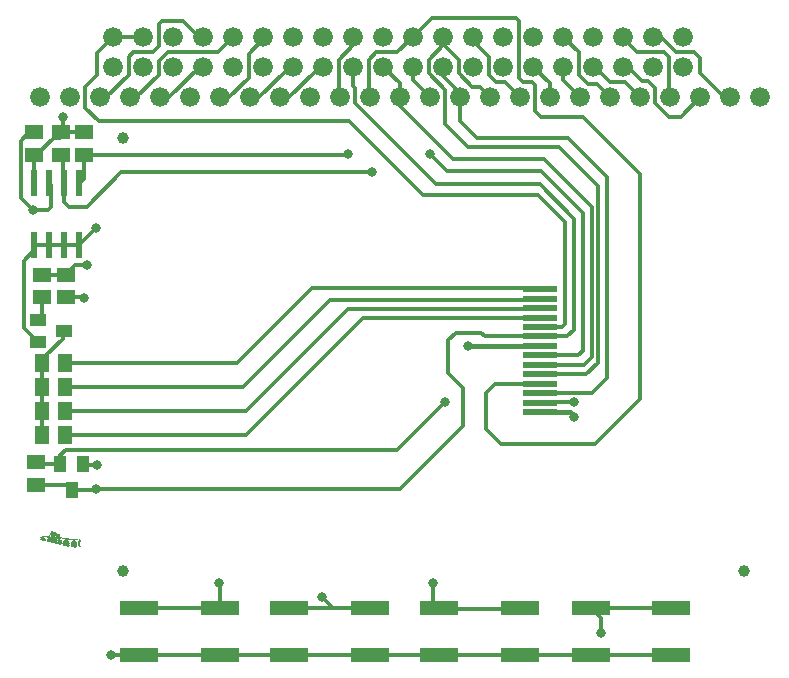
<source format=gbr>
G04 EAGLE Gerber RS-274X export*
G75*
%MOMM*%
%FSLAX34Y34*%
%LPD*%
%INTop Copper*%
%IPPOS*%
%AMOC8*
5,1,8,0,0,1.08239X$1,22.5*%
G01*
%ADD10C,1.676400*%
%ADD11R,0.600000X2.200000*%
%ADD12R,1.500000X1.300000*%
%ADD13C,1.000000*%
%ADD14R,0.025400X0.025400*%
%ADD15R,0.228600X0.025400*%
%ADD16R,0.355600X0.025400*%
%ADD17R,0.050800X0.025400*%
%ADD18R,0.406400X0.025400*%
%ADD19R,0.127000X0.025400*%
%ADD20R,0.457200X0.025400*%
%ADD21R,0.152400X0.025400*%
%ADD22R,0.482600X0.025400*%
%ADD23R,0.279400X0.025400*%
%ADD24R,0.508000X0.025400*%
%ADD25R,0.177800X0.025400*%
%ADD26R,0.431800X0.025400*%
%ADD27R,0.533400X0.025400*%
%ADD28R,0.203200X0.025400*%
%ADD29R,0.584200X0.025400*%
%ADD30R,0.558800X0.025400*%
%ADD31R,0.304800X0.025400*%
%ADD32R,0.609600X0.025400*%
%ADD33R,0.381000X0.025400*%
%ADD34R,0.330200X0.025400*%
%ADD35R,0.101600X0.025400*%
%ADD36R,0.254000X0.025400*%
%ADD37R,0.076200X0.025400*%
%ADD38R,3.000000X0.500000*%
%ADD39R,3.200000X1.200000*%
%ADD40R,1.000000X1.400000*%
%ADD41R,1.300000X1.500000*%
%ADD42R,1.400000X1.000000*%
%ADD43C,0.304800*%
%ADD44C,0.800100*%
%ADD45C,0.406400*%


D10*
X83700Y512300D03*
X83700Y537700D03*
X109100Y512300D03*
X109100Y537700D03*
X134500Y512300D03*
X134500Y537700D03*
X159900Y512300D03*
X159900Y537700D03*
X185300Y512300D03*
X185300Y537700D03*
X210700Y512300D03*
X210700Y537700D03*
X236100Y512300D03*
X236100Y537700D03*
X261500Y512300D03*
X261500Y537700D03*
X286900Y512300D03*
X286900Y537700D03*
X312300Y512300D03*
X312300Y537700D03*
X337700Y512300D03*
X337700Y537700D03*
X363100Y512300D03*
X363100Y537700D03*
X388500Y512300D03*
X388500Y537700D03*
X413900Y512300D03*
X413900Y537700D03*
X439300Y512300D03*
X439300Y537700D03*
X464700Y512300D03*
X464700Y537700D03*
X490100Y512300D03*
X490100Y537700D03*
X515500Y512300D03*
X515500Y537700D03*
X540900Y512300D03*
X540900Y537700D03*
X566300Y512300D03*
X566300Y537700D03*
D11*
X29210Y361350D03*
X29210Y413350D03*
X16510Y361350D03*
X41910Y361350D03*
X54610Y361350D03*
X16510Y413350D03*
X41910Y413350D03*
X54610Y413350D03*
D12*
X58420Y437540D03*
X58420Y456540D03*
X39370Y437540D03*
X39370Y456540D03*
X16510Y456540D03*
X16510Y437540D03*
D13*
X91440Y85090D03*
X91440Y452120D03*
X617220Y85090D03*
D14*
X51308Y104648D03*
D15*
X50800Y104902D03*
D16*
X50165Y105156D03*
D17*
X55245Y105156D03*
D18*
X50165Y105410D03*
D19*
X55118Y105410D03*
D20*
X50165Y105664D03*
D21*
X54991Y105664D03*
X45085Y105918D03*
D22*
X50292Y105918D03*
D21*
X54991Y105918D03*
D23*
X44704Y106172D03*
D24*
X50165Y106172D03*
D25*
X54864Y106172D03*
D26*
X44196Y106426D03*
D27*
X50292Y106426D03*
D25*
X54864Y106426D03*
D27*
X43688Y106680D03*
X50292Y106680D03*
D28*
X54737Y106680D03*
D29*
X43688Y106934D03*
D27*
X50292Y106934D03*
D28*
X54737Y106934D03*
D17*
X38989Y107188D03*
D29*
X43688Y107188D03*
D30*
X50165Y107188D03*
D28*
X54737Y107188D03*
D25*
X38608Y107442D03*
D29*
X43688Y107442D03*
D30*
X50165Y107442D03*
D28*
X54737Y107442D03*
D31*
X38227Y107696D03*
D29*
X43688Y107696D03*
D30*
X50165Y107696D03*
D28*
X54737Y107696D03*
D26*
X37592Y107950D03*
D32*
X43561Y107950D03*
D27*
X50292Y107950D03*
D28*
X54737Y107950D03*
D30*
X37211Y108204D03*
D29*
X43688Y108204D03*
D27*
X50292Y108204D03*
D28*
X54737Y108204D03*
D29*
X37084Y108458D03*
X43688Y108458D03*
D24*
X50165Y108458D03*
D28*
X54737Y108458D03*
D17*
X32639Y108712D03*
D32*
X36957Y108712D03*
D29*
X43688Y108712D03*
D22*
X50292Y108712D03*
D28*
X54737Y108712D03*
D25*
X32258Y108966D03*
D22*
X37592Y108966D03*
D29*
X43688Y108966D03*
D20*
X50165Y108966D03*
D28*
X54737Y108966D03*
D15*
X31496Y109220D03*
D18*
X37973Y109220D03*
D27*
X43688Y109220D03*
D26*
X50292Y109220D03*
D25*
X54864Y109220D03*
X34290Y109474D03*
D23*
X30734Y109474D03*
D16*
X38227Y109474D03*
D27*
X43688Y109474D03*
D33*
X50292Y109474D03*
D25*
X54864Y109474D03*
D31*
X34417Y109728D03*
D34*
X29972Y109728D03*
X38354Y109728D03*
D22*
X43688Y109728D03*
D34*
X50292Y109728D03*
D21*
X54991Y109728D03*
D18*
X34163Y109982D03*
D33*
X29464Y109982D03*
D34*
X38354Y109982D03*
D26*
X43688Y109982D03*
D23*
X50292Y109982D03*
D21*
X54991Y109982D03*
D18*
X34417Y110236D03*
D17*
X26543Y110236D03*
D33*
X29464Y110236D03*
D21*
X38989Y110236D03*
D33*
X43688Y110236D03*
D25*
X50292Y110236D03*
D19*
X55118Y110236D03*
D18*
X34163Y110490D03*
D21*
X26035Y110490D03*
D16*
X29337Y110490D03*
D19*
X39116Y110490D03*
D34*
X43688Y110490D03*
D17*
X55245Y110490D03*
D20*
X33909Y110744D03*
D35*
X37465Y110744D03*
D36*
X25527Y110744D03*
D34*
X29210Y110744D03*
D37*
X39116Y110744D03*
D15*
X43688Y110744D03*
D22*
X33782Y110998D03*
D21*
X37465Y110998D03*
D16*
X24765Y110998D03*
D31*
X29083Y110998D03*
D14*
X39116Y110998D03*
D37*
X43688Y110998D03*
D20*
X33655Y111252D03*
D25*
X37592Y111252D03*
D26*
X50038Y111252D03*
D17*
X53975Y111252D03*
D20*
X24257Y111252D03*
D23*
X29210Y111252D03*
D20*
X33655Y111506D03*
D15*
X37592Y111506D03*
D29*
X47752Y111506D03*
D20*
X24257Y111506D03*
D36*
X29337Y111506D03*
D20*
X33401Y111760D03*
D15*
X37592Y111760D03*
D24*
X45339Y111760D03*
D14*
X55118Y111760D03*
D26*
X24130Y111760D03*
D15*
X29210Y111760D03*
D22*
X33274Y112014D03*
D36*
X37465Y112014D03*
D22*
X43180Y112014D03*
D18*
X24257Y112014D03*
D28*
X29337Y112014D03*
D22*
X33020Y112268D03*
D31*
X37465Y112268D03*
D18*
X41529Y112268D03*
D16*
X24257Y112268D03*
D21*
X29337Y112268D03*
D26*
X33274Y112522D03*
D31*
X37465Y112522D03*
D15*
X40640Y112522D03*
D31*
X24257Y112522D03*
D35*
X29591Y112522D03*
D26*
X33020Y112776D03*
D34*
X37338Y112776D03*
D17*
X39751Y112776D03*
D36*
X24257Y112776D03*
D17*
X29845Y112776D03*
D20*
X32893Y113030D03*
D16*
X37211Y113030D03*
D21*
X24257Y113030D03*
D20*
X32639Y113284D03*
D16*
X37211Y113284D03*
D14*
X22606Y113538D03*
X23114Y113538D03*
D28*
X28575Y113538D03*
D26*
X32512Y113538D03*
D33*
X37084Y113538D03*
D32*
X26543Y113792D03*
D33*
X32512Y113792D03*
X36830Y113792D03*
X32512Y114046D03*
D18*
X36703Y114046D03*
D33*
X32258Y114300D03*
D18*
X36703Y114300D03*
D16*
X32131Y114554D03*
D33*
X36322Y114554D03*
D14*
X38608Y114554D03*
X30226Y114808D03*
D34*
X32258Y114808D03*
D33*
X36068Y114808D03*
D31*
X32131Y115062D03*
D18*
X35941Y115062D03*
D31*
X31877Y115316D03*
D26*
X35814Y115316D03*
D23*
X31750Y115570D03*
D33*
X35306Y115570D03*
D14*
X37846Y115570D03*
D28*
X31877Y115824D03*
D18*
X35179Y115824D03*
D30*
X33655Y116078D03*
D14*
X37084Y116078D03*
D29*
X33528Y116332D03*
D24*
X33147Y116586D03*
D14*
X36068Y116586D03*
X30734Y116840D03*
D26*
X33274Y116840D03*
D14*
X35814Y116840D03*
D34*
X32766Y117094D03*
D17*
X34925Y117094D03*
D15*
X32258Y117348D03*
D17*
X33909Y117348D03*
D35*
X31623Y117602D03*
D37*
X32766Y117602D03*
D14*
X31496Y117856D03*
D17*
X32385Y117856D03*
D38*
X444580Y219780D03*
X444580Y227780D03*
X444580Y235780D03*
X444580Y243780D03*
X444580Y251780D03*
X444580Y259780D03*
X444580Y267780D03*
X444580Y275780D03*
X444580Y283780D03*
X444580Y291780D03*
X444580Y299780D03*
X444580Y307780D03*
X444580Y315780D03*
X444580Y323780D03*
D39*
X487970Y54290D03*
X555970Y54290D03*
X555970Y14290D03*
X487970Y14290D03*
X359700Y54290D03*
X427700Y54290D03*
X427700Y14290D03*
X359700Y14290D03*
X232700Y54290D03*
X300700Y54290D03*
X300700Y14290D03*
X232700Y14290D03*
X105700Y54290D03*
X173700Y54290D03*
X173700Y14290D03*
X105700Y14290D03*
D40*
X48260Y154100D03*
X38760Y176100D03*
X57760Y176100D03*
D12*
X17780Y177140D03*
X17780Y158140D03*
D41*
X42520Y200660D03*
X23520Y200660D03*
X42520Y220980D03*
X23520Y220980D03*
X42520Y261620D03*
X23520Y261620D03*
X42520Y241300D03*
X23520Y241300D03*
D42*
X41480Y288290D03*
X19480Y278790D03*
X19480Y297790D03*
D12*
X22860Y335890D03*
X22860Y316890D03*
X43180Y335890D03*
X43180Y316890D03*
D10*
X21590Y486410D03*
X46990Y486410D03*
X72390Y486410D03*
X97790Y486410D03*
X123190Y486410D03*
X148590Y486410D03*
X173990Y486410D03*
X199390Y486410D03*
X224790Y486410D03*
X250190Y486410D03*
X275590Y486410D03*
X300990Y486410D03*
X326390Y486410D03*
X351790Y486410D03*
X377190Y486410D03*
X402590Y486410D03*
X427990Y486410D03*
X453390Y486410D03*
X478790Y486410D03*
X504190Y486410D03*
X529590Y486410D03*
X554990Y486410D03*
X580390Y486410D03*
X605790Y486410D03*
X631190Y486410D03*
D43*
X463230Y291780D02*
X444580Y291780D01*
X463230Y291780D02*
X466090Y294640D01*
X109100Y537700D02*
X83700Y537700D01*
X466090Y381000D02*
X466090Y294640D01*
X466090Y381000D02*
X443230Y403860D01*
X345440Y403860D01*
X83700Y537700D02*
X69850Y523850D01*
X69850Y505460D01*
X59690Y495300D01*
X59690Y477520D01*
X71120Y466090D01*
X283210Y466090D01*
X345440Y403860D01*
X130810Y486410D02*
X123190Y486410D01*
X130810Y486410D02*
X156700Y512300D01*
X159900Y512300D01*
X173700Y54290D02*
X105700Y54290D01*
X173700Y54290D02*
X173700Y73950D01*
X172720Y74930D01*
D44*
X172720Y74930D03*
D43*
X487970Y54290D02*
X555970Y54290D01*
X207010Y486410D02*
X199390Y486410D01*
X207010Y486410D02*
X228600Y508000D01*
X231800Y508000D01*
X236100Y512300D01*
X487970Y54290D02*
X496570Y45690D01*
X496570Y33020D01*
D44*
X496570Y33020D03*
D43*
X300700Y54290D02*
X232700Y54290D01*
X232410Y486410D02*
X224790Y486410D01*
X232410Y486410D02*
X254000Y508000D01*
X257200Y508000D01*
X261500Y512300D01*
X269560Y54290D02*
X300700Y54290D01*
X269560Y54290D02*
X260350Y63500D01*
D44*
X260350Y63500D03*
D43*
X444580Y259780D02*
X482030Y259780D01*
X488950Y266700D01*
X488950Y393700D01*
X448310Y434340D01*
X370840Y434340D01*
X326390Y478790D01*
X326390Y486410D01*
X326390Y498210D02*
X312300Y512300D01*
X326390Y498210D02*
X326390Y486410D01*
X444580Y267780D02*
X477330Y267780D01*
X481330Y271780D01*
X481330Y388620D01*
X445770Y424180D01*
X365760Y424180D01*
X351790Y438150D01*
D44*
X351790Y438150D03*
D43*
X337700Y500500D02*
X337700Y512300D01*
X337700Y500500D02*
X351790Y486410D01*
X501650Y248920D02*
X488950Y236220D01*
X445020Y236220D01*
X444580Y235780D01*
X501650Y248920D02*
X501650Y419100D01*
X468630Y452120D01*
X391160Y452120D01*
X377190Y466090D01*
X377190Y486410D01*
X363100Y504310D02*
X363100Y512300D01*
X363100Y504310D02*
X377190Y490220D01*
X377190Y486410D01*
X453390Y486410D02*
X453390Y498210D01*
X439300Y512300D01*
X464700Y512300D02*
X464700Y500500D01*
X478790Y486410D01*
X516890Y499110D02*
X529590Y486410D01*
X516890Y499110D02*
X504190Y499110D01*
X491000Y512300D01*
X490100Y512300D01*
X563880Y469900D02*
X580390Y486410D01*
X563880Y469900D02*
X553720Y469900D01*
X542290Y481330D01*
X542290Y494030D01*
X535940Y500380D01*
X530860Y500380D01*
X518940Y512300D01*
X515500Y512300D01*
X467930Y283780D02*
X444580Y283780D01*
X467930Y283780D02*
X473710Y289560D01*
X48260Y154100D02*
X44220Y158140D01*
X17780Y158140D01*
X16510Y413350D02*
X16510Y437540D01*
X39370Y456540D02*
X58420Y456540D01*
X18440Y437540D02*
X16510Y437540D01*
X18440Y437540D02*
X33020Y452120D01*
X38760Y452120D01*
X48260Y154100D02*
X67740Y154100D01*
X68580Y154940D01*
D44*
X68580Y154940D03*
X58420Y316230D03*
D43*
X57760Y316890D01*
X43180Y316890D01*
X473710Y289560D02*
X473710Y383540D01*
X444500Y412750D01*
X356870Y412750D01*
X288290Y481330D01*
X288290Y494030D01*
X286900Y495420D01*
X286900Y512300D01*
D44*
X40640Y469900D03*
D43*
X40640Y459740D01*
X39370Y458470D01*
X39370Y456540D01*
X398210Y283780D02*
X444580Y283780D01*
X398210Y283780D02*
X394970Y287020D01*
X373380Y287020D01*
X367030Y280670D01*
X367030Y252730D01*
X379730Y240030D01*
X379730Y208280D01*
X326390Y154940D01*
X68580Y154940D01*
X38760Y452120D02*
X38760Y456540D01*
X39370Y456540D01*
D45*
X444580Y219780D02*
X469830Y219780D01*
X473710Y215900D01*
D44*
X473710Y215900D03*
D45*
X444580Y275780D02*
X383730Y275780D01*
X383540Y275590D01*
D44*
X383540Y275590D03*
D43*
X29210Y361350D02*
X16510Y361350D01*
X29210Y361350D02*
X41910Y361350D01*
X54610Y361350D01*
D44*
X68580Y375920D03*
D43*
X7620Y290650D02*
X19480Y278790D01*
X7620Y290650D02*
X7620Y347980D01*
X16510Y356870D01*
X16510Y361350D01*
X105700Y14290D02*
X173700Y14290D01*
X233020Y13970D02*
X307340Y13970D01*
X359700Y14290D02*
X427700Y14290D01*
X300700Y14290D02*
X232700Y14290D01*
D44*
X81280Y13970D03*
D43*
X58600Y175260D02*
X57760Y176100D01*
X58600Y175260D02*
X69850Y175260D01*
D44*
X69850Y175260D03*
D43*
X173700Y14290D02*
X232700Y14290D01*
X307340Y13970D02*
X307660Y14290D01*
X359700Y14290D01*
X427700Y14290D02*
X487970Y14290D01*
X555970Y14290D01*
X233020Y13970D02*
X232700Y14290D01*
X54610Y361350D02*
X68580Y375320D01*
X68580Y375920D01*
X105700Y14290D02*
X105380Y13970D01*
X81280Y13970D01*
X173990Y486410D02*
X181610Y486410D01*
X198120Y502920D01*
X198120Y523240D01*
X210700Y535820D01*
X210700Y537700D01*
X274320Y487680D02*
X275590Y486410D01*
X274320Y487680D02*
X274320Y518160D01*
X286900Y530740D01*
X286900Y537700D01*
X363100Y537700D02*
X363100Y530980D01*
X375920Y518160D01*
X375920Y506730D01*
X387350Y495300D01*
X393700Y495300D01*
X402590Y486410D01*
X444580Y251780D02*
X484190Y251780D01*
X494030Y261620D01*
X494030Y411480D01*
X461010Y444500D01*
X383540Y444500D01*
X364490Y463550D01*
X364490Y492760D01*
X350520Y506730D01*
X350520Y518160D01*
X363100Y530740D01*
X363100Y530980D01*
X41910Y413350D02*
X40640Y414620D01*
X40640Y436880D01*
X39370Y438150D01*
X39370Y437540D01*
X41910Y413350D02*
X41910Y397510D01*
X45720Y393700D01*
X60960Y393700D01*
X90170Y422910D01*
X302260Y422910D01*
D44*
X302260Y422910D03*
D43*
X553720Y487680D02*
X554990Y486410D01*
X553720Y487680D02*
X553720Y520700D01*
X549910Y524510D01*
X527050Y524510D01*
X515500Y536060D01*
X515500Y537700D01*
X540900Y537700D02*
X546880Y537700D01*
X560070Y524510D01*
X575310Y524510D01*
X580390Y519430D01*
X580390Y506730D01*
X600710Y486410D01*
X605790Y486410D01*
X427700Y54290D02*
X426750Y53340D01*
X364490Y53340D01*
X363540Y54290D01*
X359700Y54290D01*
X354330Y59660D01*
X354330Y74930D01*
D44*
X354330Y74930D03*
D43*
X54610Y413350D02*
X58420Y417160D01*
X58420Y437540D01*
D44*
X281940Y438150D03*
D43*
X282550Y437540D01*
X58420Y437540D01*
X464700Y537700D02*
X477520Y524880D01*
X477520Y505460D01*
X485140Y497840D01*
X492760Y497840D01*
X504190Y486410D01*
X16510Y456540D02*
X12040Y456540D01*
X5080Y449580D01*
X5080Y401320D01*
X15240Y391160D01*
X27940Y391160D01*
X30480Y393700D01*
X30480Y412080D01*
X29210Y413350D01*
D44*
X15240Y391160D03*
D43*
X299720Y487680D02*
X300990Y486410D01*
X299720Y487680D02*
X299720Y518160D01*
X306070Y524510D01*
X323850Y524510D01*
X337040Y537700D01*
X337700Y537700D01*
X406340Y243780D02*
X444580Y243780D01*
X406340Y243780D02*
X398780Y236220D01*
X398780Y205740D01*
X411480Y193040D01*
X491490Y193040D01*
X529590Y231140D01*
X529590Y421640D01*
X481330Y469900D01*
X445770Y469900D01*
X440690Y474980D01*
X440690Y496570D01*
X438150Y499110D01*
X430530Y499110D01*
X426720Y502920D01*
X426720Y551180D01*
X424180Y553720D01*
X353720Y553720D01*
X337700Y537700D01*
X445400Y228600D02*
X444580Y227780D01*
X445400Y228600D02*
X473710Y228600D01*
D44*
X473710Y228600D03*
D43*
X18820Y176100D02*
X17780Y177140D01*
X18820Y176100D02*
X38760Y176100D01*
X38760Y183540D01*
X43180Y187960D01*
X323850Y187960D01*
X364490Y228600D01*
D44*
X364490Y228600D03*
D43*
X195580Y200660D02*
X42520Y200660D01*
X195580Y200660D02*
X294640Y299720D01*
X444520Y299720D01*
X444580Y299780D01*
X195580Y220980D02*
X42520Y220980D01*
X195580Y220980D02*
X281940Y307340D01*
X444140Y307340D01*
X444580Y307780D01*
X187960Y261620D02*
X42520Y261620D01*
X187960Y261620D02*
X251460Y325120D01*
X443240Y325120D01*
X444580Y323780D01*
X193040Y241300D02*
X42520Y241300D01*
X193040Y241300D02*
X266700Y314960D01*
X443760Y314960D01*
X444580Y315780D01*
X23520Y261620D02*
X23520Y241300D01*
X23520Y220980D01*
X23520Y200660D01*
X26670Y267970D02*
X40640Y281940D01*
X40640Y287450D01*
X41480Y288290D01*
X26670Y267970D02*
X26670Y261620D01*
X23520Y261620D01*
X19480Y297790D02*
X22860Y301170D01*
X22860Y316890D01*
X22860Y335890D02*
X43180Y335890D01*
X51460Y344170D01*
X60960Y344170D01*
D44*
X60960Y344170D03*
D43*
X72390Y486410D02*
X77470Y486410D01*
X96520Y505460D01*
X96520Y520700D01*
X100330Y524510D01*
X116840Y524510D01*
X121920Y529590D01*
X121920Y548640D01*
X124460Y551180D01*
X142240Y551180D01*
X155720Y537700D01*
X159900Y537700D01*
X102870Y486410D02*
X97790Y486410D01*
X102870Y486410D02*
X121920Y505460D01*
X121920Y516890D01*
X129540Y524510D01*
X172110Y524510D01*
X185300Y537700D01*
X388500Y537700D02*
X388500Y533520D01*
X401320Y520700D01*
X401320Y505460D01*
X407670Y499110D01*
X415290Y499110D01*
X427990Y486410D01*
M02*

</source>
